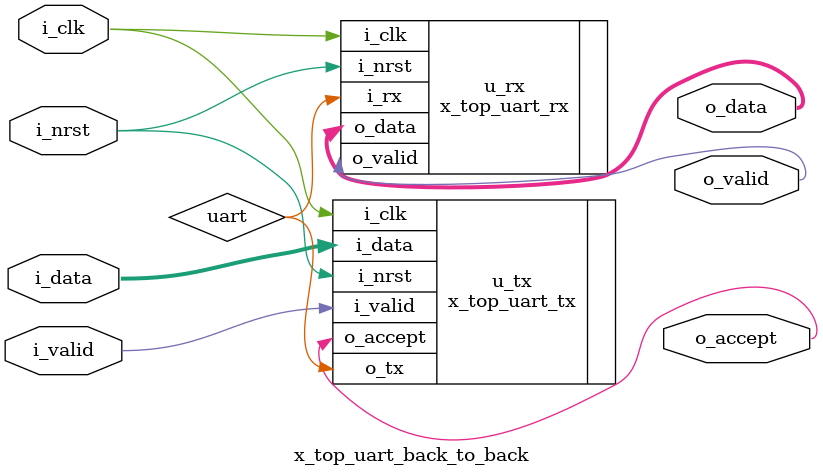
<source format=sv>
module x_top_uart_back_to_back#(
   p_clk_hz = 1000000, 
   p_baud   = 9600
)(
   input    logic       i_clk,
   input    logic       i_nrst, 
   input    logic [7:0] i_data, 
   input    logic       i_valid,
   output   logic       o_accept,
   output   logic       o_valid,    
   output   logic [7:0] o_data
);

   logic uart;

   x_top_uart_tx #(
      .p_clk_hz   (p_clk_hz   ),
      .p_baud     (p_baud     )
   ) u_tx (
      .i_clk      (i_clk      ),
      .i_nrst     (i_nrst     ),
      .i_data     (i_data     ),
      .o_tx       (uart       ),
      .i_valid    (i_valid    ),
      .o_accept   (o_accept   )
   );

   x_top_uart_rx #(
      .p_clk_hz   (p_clk_hz   ),
      .p_baud     (p_baud     )
   ) u_rx (
      .i_clk      (i_clk      ),
      .i_nrst     (i_nrst     ),
      .i_rx       (uart       ),
      .o_valid    (o_valid    ),
      .o_data     (o_data     )
   );
endmodule

</source>
